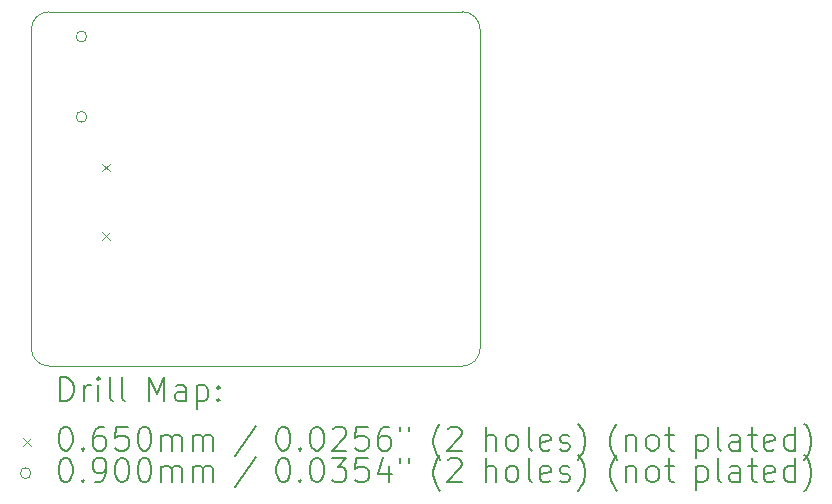
<source format=gbr>
%TF.GenerationSoftware,KiCad,Pcbnew,(7.0.0-0)*%
%TF.CreationDate,2023-03-07T12:57:03-05:00*%
%TF.ProjectId,Spatial Sense Module,53706174-6961-46c2-9053-656e7365204d,rev?*%
%TF.SameCoordinates,Original*%
%TF.FileFunction,Drillmap*%
%TF.FilePolarity,Positive*%
%FSLAX45Y45*%
G04 Gerber Fmt 4.5, Leading zero omitted, Abs format (unit mm)*
G04 Created by KiCad (PCBNEW (7.0.0-0)) date 2023-03-07 12:57:03*
%MOMM*%
%LPD*%
G01*
G04 APERTURE LIST*
%ADD10C,0.050000*%
%ADD11C,0.200000*%
%ADD12C,0.065000*%
%ADD13C,0.090000*%
G04 APERTURE END LIST*
D10*
X17850000Y-12250000D02*
X21350000Y-12250000D01*
X17850000Y-12250000D02*
G75*
G03*
X17700000Y-12400000I0J-150000D01*
G01*
X21350000Y-15250000D02*
X17850000Y-15250000D01*
X21500000Y-12400000D02*
X21500000Y-15100000D01*
X21500000Y-12400000D02*
G75*
G03*
X21350000Y-12250000I-150000J0D01*
G01*
X17700000Y-15100000D02*
X17700000Y-12400000D01*
X17700000Y-15100000D02*
G75*
G03*
X17850000Y-15250000I150000J0D01*
G01*
X21350000Y-15250000D02*
G75*
G03*
X21500000Y-15100000I0J150000D01*
G01*
D11*
D12*
X18298000Y-13537500D02*
X18363000Y-13602500D01*
X18363000Y-13537500D02*
X18298000Y-13602500D01*
X18298000Y-14115500D02*
X18363000Y-14180500D01*
X18363000Y-14115500D02*
X18298000Y-14180500D01*
D13*
X18170000Y-12460000D02*
G75*
G03*
X18170000Y-12460000I-45000J0D01*
G01*
X18170000Y-13140000D02*
G75*
G03*
X18170000Y-13140000I-45000J0D01*
G01*
D11*
X17945119Y-15545976D02*
X17945119Y-15345976D01*
X17945119Y-15345976D02*
X17992738Y-15345976D01*
X17992738Y-15345976D02*
X18021310Y-15355500D01*
X18021310Y-15355500D02*
X18040357Y-15374548D01*
X18040357Y-15374548D02*
X18049881Y-15393595D01*
X18049881Y-15393595D02*
X18059405Y-15431690D01*
X18059405Y-15431690D02*
X18059405Y-15460262D01*
X18059405Y-15460262D02*
X18049881Y-15498357D01*
X18049881Y-15498357D02*
X18040357Y-15517405D01*
X18040357Y-15517405D02*
X18021310Y-15536452D01*
X18021310Y-15536452D02*
X17992738Y-15545976D01*
X17992738Y-15545976D02*
X17945119Y-15545976D01*
X18145119Y-15545976D02*
X18145119Y-15412643D01*
X18145119Y-15450738D02*
X18154643Y-15431690D01*
X18154643Y-15431690D02*
X18164167Y-15422167D01*
X18164167Y-15422167D02*
X18183214Y-15412643D01*
X18183214Y-15412643D02*
X18202262Y-15412643D01*
X18268929Y-15545976D02*
X18268929Y-15412643D01*
X18268929Y-15345976D02*
X18259405Y-15355500D01*
X18259405Y-15355500D02*
X18268929Y-15365024D01*
X18268929Y-15365024D02*
X18278452Y-15355500D01*
X18278452Y-15355500D02*
X18268929Y-15345976D01*
X18268929Y-15345976D02*
X18268929Y-15365024D01*
X18392738Y-15545976D02*
X18373690Y-15536452D01*
X18373690Y-15536452D02*
X18364167Y-15517405D01*
X18364167Y-15517405D02*
X18364167Y-15345976D01*
X18497500Y-15545976D02*
X18478452Y-15536452D01*
X18478452Y-15536452D02*
X18468929Y-15517405D01*
X18468929Y-15517405D02*
X18468929Y-15345976D01*
X18693690Y-15545976D02*
X18693690Y-15345976D01*
X18693690Y-15345976D02*
X18760357Y-15488833D01*
X18760357Y-15488833D02*
X18827024Y-15345976D01*
X18827024Y-15345976D02*
X18827024Y-15545976D01*
X19007976Y-15545976D02*
X19007976Y-15441214D01*
X19007976Y-15441214D02*
X18998452Y-15422167D01*
X18998452Y-15422167D02*
X18979405Y-15412643D01*
X18979405Y-15412643D02*
X18941309Y-15412643D01*
X18941309Y-15412643D02*
X18922262Y-15422167D01*
X19007976Y-15536452D02*
X18988929Y-15545976D01*
X18988929Y-15545976D02*
X18941309Y-15545976D01*
X18941309Y-15545976D02*
X18922262Y-15536452D01*
X18922262Y-15536452D02*
X18912738Y-15517405D01*
X18912738Y-15517405D02*
X18912738Y-15498357D01*
X18912738Y-15498357D02*
X18922262Y-15479309D01*
X18922262Y-15479309D02*
X18941309Y-15469786D01*
X18941309Y-15469786D02*
X18988929Y-15469786D01*
X18988929Y-15469786D02*
X19007976Y-15460262D01*
X19103214Y-15412643D02*
X19103214Y-15612643D01*
X19103214Y-15422167D02*
X19122262Y-15412643D01*
X19122262Y-15412643D02*
X19160357Y-15412643D01*
X19160357Y-15412643D02*
X19179405Y-15422167D01*
X19179405Y-15422167D02*
X19188929Y-15431690D01*
X19188929Y-15431690D02*
X19198452Y-15450738D01*
X19198452Y-15450738D02*
X19198452Y-15507881D01*
X19198452Y-15507881D02*
X19188929Y-15526928D01*
X19188929Y-15526928D02*
X19179405Y-15536452D01*
X19179405Y-15536452D02*
X19160357Y-15545976D01*
X19160357Y-15545976D02*
X19122262Y-15545976D01*
X19122262Y-15545976D02*
X19103214Y-15536452D01*
X19284167Y-15526928D02*
X19293690Y-15536452D01*
X19293690Y-15536452D02*
X19284167Y-15545976D01*
X19284167Y-15545976D02*
X19274643Y-15536452D01*
X19274643Y-15536452D02*
X19284167Y-15526928D01*
X19284167Y-15526928D02*
X19284167Y-15545976D01*
X19284167Y-15422167D02*
X19293690Y-15431690D01*
X19293690Y-15431690D02*
X19284167Y-15441214D01*
X19284167Y-15441214D02*
X19274643Y-15431690D01*
X19274643Y-15431690D02*
X19284167Y-15422167D01*
X19284167Y-15422167D02*
X19284167Y-15441214D01*
D12*
X17632500Y-15860000D02*
X17697500Y-15925000D01*
X17697500Y-15860000D02*
X17632500Y-15925000D01*
D11*
X17983214Y-15765976D02*
X18002262Y-15765976D01*
X18002262Y-15765976D02*
X18021310Y-15775500D01*
X18021310Y-15775500D02*
X18030833Y-15785024D01*
X18030833Y-15785024D02*
X18040357Y-15804071D01*
X18040357Y-15804071D02*
X18049881Y-15842167D01*
X18049881Y-15842167D02*
X18049881Y-15889786D01*
X18049881Y-15889786D02*
X18040357Y-15927881D01*
X18040357Y-15927881D02*
X18030833Y-15946928D01*
X18030833Y-15946928D02*
X18021310Y-15956452D01*
X18021310Y-15956452D02*
X18002262Y-15965976D01*
X18002262Y-15965976D02*
X17983214Y-15965976D01*
X17983214Y-15965976D02*
X17964167Y-15956452D01*
X17964167Y-15956452D02*
X17954643Y-15946928D01*
X17954643Y-15946928D02*
X17945119Y-15927881D01*
X17945119Y-15927881D02*
X17935595Y-15889786D01*
X17935595Y-15889786D02*
X17935595Y-15842167D01*
X17935595Y-15842167D02*
X17945119Y-15804071D01*
X17945119Y-15804071D02*
X17954643Y-15785024D01*
X17954643Y-15785024D02*
X17964167Y-15775500D01*
X17964167Y-15775500D02*
X17983214Y-15765976D01*
X18135595Y-15946928D02*
X18145119Y-15956452D01*
X18145119Y-15956452D02*
X18135595Y-15965976D01*
X18135595Y-15965976D02*
X18126071Y-15956452D01*
X18126071Y-15956452D02*
X18135595Y-15946928D01*
X18135595Y-15946928D02*
X18135595Y-15965976D01*
X18316548Y-15765976D02*
X18278452Y-15765976D01*
X18278452Y-15765976D02*
X18259405Y-15775500D01*
X18259405Y-15775500D02*
X18249881Y-15785024D01*
X18249881Y-15785024D02*
X18230833Y-15813595D01*
X18230833Y-15813595D02*
X18221310Y-15851690D01*
X18221310Y-15851690D02*
X18221310Y-15927881D01*
X18221310Y-15927881D02*
X18230833Y-15946928D01*
X18230833Y-15946928D02*
X18240357Y-15956452D01*
X18240357Y-15956452D02*
X18259405Y-15965976D01*
X18259405Y-15965976D02*
X18297500Y-15965976D01*
X18297500Y-15965976D02*
X18316548Y-15956452D01*
X18316548Y-15956452D02*
X18326071Y-15946928D01*
X18326071Y-15946928D02*
X18335595Y-15927881D01*
X18335595Y-15927881D02*
X18335595Y-15880262D01*
X18335595Y-15880262D02*
X18326071Y-15861214D01*
X18326071Y-15861214D02*
X18316548Y-15851690D01*
X18316548Y-15851690D02*
X18297500Y-15842167D01*
X18297500Y-15842167D02*
X18259405Y-15842167D01*
X18259405Y-15842167D02*
X18240357Y-15851690D01*
X18240357Y-15851690D02*
X18230833Y-15861214D01*
X18230833Y-15861214D02*
X18221310Y-15880262D01*
X18516548Y-15765976D02*
X18421310Y-15765976D01*
X18421310Y-15765976D02*
X18411786Y-15861214D01*
X18411786Y-15861214D02*
X18421310Y-15851690D01*
X18421310Y-15851690D02*
X18440357Y-15842167D01*
X18440357Y-15842167D02*
X18487976Y-15842167D01*
X18487976Y-15842167D02*
X18507024Y-15851690D01*
X18507024Y-15851690D02*
X18516548Y-15861214D01*
X18516548Y-15861214D02*
X18526071Y-15880262D01*
X18526071Y-15880262D02*
X18526071Y-15927881D01*
X18526071Y-15927881D02*
X18516548Y-15946928D01*
X18516548Y-15946928D02*
X18507024Y-15956452D01*
X18507024Y-15956452D02*
X18487976Y-15965976D01*
X18487976Y-15965976D02*
X18440357Y-15965976D01*
X18440357Y-15965976D02*
X18421310Y-15956452D01*
X18421310Y-15956452D02*
X18411786Y-15946928D01*
X18649881Y-15765976D02*
X18668929Y-15765976D01*
X18668929Y-15765976D02*
X18687976Y-15775500D01*
X18687976Y-15775500D02*
X18697500Y-15785024D01*
X18697500Y-15785024D02*
X18707024Y-15804071D01*
X18707024Y-15804071D02*
X18716548Y-15842167D01*
X18716548Y-15842167D02*
X18716548Y-15889786D01*
X18716548Y-15889786D02*
X18707024Y-15927881D01*
X18707024Y-15927881D02*
X18697500Y-15946928D01*
X18697500Y-15946928D02*
X18687976Y-15956452D01*
X18687976Y-15956452D02*
X18668929Y-15965976D01*
X18668929Y-15965976D02*
X18649881Y-15965976D01*
X18649881Y-15965976D02*
X18630833Y-15956452D01*
X18630833Y-15956452D02*
X18621310Y-15946928D01*
X18621310Y-15946928D02*
X18611786Y-15927881D01*
X18611786Y-15927881D02*
X18602262Y-15889786D01*
X18602262Y-15889786D02*
X18602262Y-15842167D01*
X18602262Y-15842167D02*
X18611786Y-15804071D01*
X18611786Y-15804071D02*
X18621310Y-15785024D01*
X18621310Y-15785024D02*
X18630833Y-15775500D01*
X18630833Y-15775500D02*
X18649881Y-15765976D01*
X18802262Y-15965976D02*
X18802262Y-15832643D01*
X18802262Y-15851690D02*
X18811786Y-15842167D01*
X18811786Y-15842167D02*
X18830833Y-15832643D01*
X18830833Y-15832643D02*
X18859405Y-15832643D01*
X18859405Y-15832643D02*
X18878452Y-15842167D01*
X18878452Y-15842167D02*
X18887976Y-15861214D01*
X18887976Y-15861214D02*
X18887976Y-15965976D01*
X18887976Y-15861214D02*
X18897500Y-15842167D01*
X18897500Y-15842167D02*
X18916548Y-15832643D01*
X18916548Y-15832643D02*
X18945119Y-15832643D01*
X18945119Y-15832643D02*
X18964167Y-15842167D01*
X18964167Y-15842167D02*
X18973691Y-15861214D01*
X18973691Y-15861214D02*
X18973691Y-15965976D01*
X19068929Y-15965976D02*
X19068929Y-15832643D01*
X19068929Y-15851690D02*
X19078452Y-15842167D01*
X19078452Y-15842167D02*
X19097500Y-15832643D01*
X19097500Y-15832643D02*
X19126072Y-15832643D01*
X19126072Y-15832643D02*
X19145119Y-15842167D01*
X19145119Y-15842167D02*
X19154643Y-15861214D01*
X19154643Y-15861214D02*
X19154643Y-15965976D01*
X19154643Y-15861214D02*
X19164167Y-15842167D01*
X19164167Y-15842167D02*
X19183214Y-15832643D01*
X19183214Y-15832643D02*
X19211786Y-15832643D01*
X19211786Y-15832643D02*
X19230833Y-15842167D01*
X19230833Y-15842167D02*
X19240357Y-15861214D01*
X19240357Y-15861214D02*
X19240357Y-15965976D01*
X19598452Y-15756452D02*
X19427024Y-16013595D01*
X19823214Y-15765976D02*
X19842262Y-15765976D01*
X19842262Y-15765976D02*
X19861310Y-15775500D01*
X19861310Y-15775500D02*
X19870833Y-15785024D01*
X19870833Y-15785024D02*
X19880357Y-15804071D01*
X19880357Y-15804071D02*
X19889881Y-15842167D01*
X19889881Y-15842167D02*
X19889881Y-15889786D01*
X19889881Y-15889786D02*
X19880357Y-15927881D01*
X19880357Y-15927881D02*
X19870833Y-15946928D01*
X19870833Y-15946928D02*
X19861310Y-15956452D01*
X19861310Y-15956452D02*
X19842262Y-15965976D01*
X19842262Y-15965976D02*
X19823214Y-15965976D01*
X19823214Y-15965976D02*
X19804167Y-15956452D01*
X19804167Y-15956452D02*
X19794643Y-15946928D01*
X19794643Y-15946928D02*
X19785119Y-15927881D01*
X19785119Y-15927881D02*
X19775595Y-15889786D01*
X19775595Y-15889786D02*
X19775595Y-15842167D01*
X19775595Y-15842167D02*
X19785119Y-15804071D01*
X19785119Y-15804071D02*
X19794643Y-15785024D01*
X19794643Y-15785024D02*
X19804167Y-15775500D01*
X19804167Y-15775500D02*
X19823214Y-15765976D01*
X19975595Y-15946928D02*
X19985119Y-15956452D01*
X19985119Y-15956452D02*
X19975595Y-15965976D01*
X19975595Y-15965976D02*
X19966072Y-15956452D01*
X19966072Y-15956452D02*
X19975595Y-15946928D01*
X19975595Y-15946928D02*
X19975595Y-15965976D01*
X20108929Y-15765976D02*
X20127976Y-15765976D01*
X20127976Y-15765976D02*
X20147024Y-15775500D01*
X20147024Y-15775500D02*
X20156548Y-15785024D01*
X20156548Y-15785024D02*
X20166072Y-15804071D01*
X20166072Y-15804071D02*
X20175595Y-15842167D01*
X20175595Y-15842167D02*
X20175595Y-15889786D01*
X20175595Y-15889786D02*
X20166072Y-15927881D01*
X20166072Y-15927881D02*
X20156548Y-15946928D01*
X20156548Y-15946928D02*
X20147024Y-15956452D01*
X20147024Y-15956452D02*
X20127976Y-15965976D01*
X20127976Y-15965976D02*
X20108929Y-15965976D01*
X20108929Y-15965976D02*
X20089881Y-15956452D01*
X20089881Y-15956452D02*
X20080357Y-15946928D01*
X20080357Y-15946928D02*
X20070833Y-15927881D01*
X20070833Y-15927881D02*
X20061310Y-15889786D01*
X20061310Y-15889786D02*
X20061310Y-15842167D01*
X20061310Y-15842167D02*
X20070833Y-15804071D01*
X20070833Y-15804071D02*
X20080357Y-15785024D01*
X20080357Y-15785024D02*
X20089881Y-15775500D01*
X20089881Y-15775500D02*
X20108929Y-15765976D01*
X20251786Y-15785024D02*
X20261310Y-15775500D01*
X20261310Y-15775500D02*
X20280357Y-15765976D01*
X20280357Y-15765976D02*
X20327976Y-15765976D01*
X20327976Y-15765976D02*
X20347024Y-15775500D01*
X20347024Y-15775500D02*
X20356548Y-15785024D01*
X20356548Y-15785024D02*
X20366072Y-15804071D01*
X20366072Y-15804071D02*
X20366072Y-15823119D01*
X20366072Y-15823119D02*
X20356548Y-15851690D01*
X20356548Y-15851690D02*
X20242262Y-15965976D01*
X20242262Y-15965976D02*
X20366072Y-15965976D01*
X20547024Y-15765976D02*
X20451786Y-15765976D01*
X20451786Y-15765976D02*
X20442262Y-15861214D01*
X20442262Y-15861214D02*
X20451786Y-15851690D01*
X20451786Y-15851690D02*
X20470833Y-15842167D01*
X20470833Y-15842167D02*
X20518453Y-15842167D01*
X20518453Y-15842167D02*
X20537500Y-15851690D01*
X20537500Y-15851690D02*
X20547024Y-15861214D01*
X20547024Y-15861214D02*
X20556548Y-15880262D01*
X20556548Y-15880262D02*
X20556548Y-15927881D01*
X20556548Y-15927881D02*
X20547024Y-15946928D01*
X20547024Y-15946928D02*
X20537500Y-15956452D01*
X20537500Y-15956452D02*
X20518453Y-15965976D01*
X20518453Y-15965976D02*
X20470833Y-15965976D01*
X20470833Y-15965976D02*
X20451786Y-15956452D01*
X20451786Y-15956452D02*
X20442262Y-15946928D01*
X20727976Y-15765976D02*
X20689881Y-15765976D01*
X20689881Y-15765976D02*
X20670833Y-15775500D01*
X20670833Y-15775500D02*
X20661310Y-15785024D01*
X20661310Y-15785024D02*
X20642262Y-15813595D01*
X20642262Y-15813595D02*
X20632738Y-15851690D01*
X20632738Y-15851690D02*
X20632738Y-15927881D01*
X20632738Y-15927881D02*
X20642262Y-15946928D01*
X20642262Y-15946928D02*
X20651786Y-15956452D01*
X20651786Y-15956452D02*
X20670833Y-15965976D01*
X20670833Y-15965976D02*
X20708929Y-15965976D01*
X20708929Y-15965976D02*
X20727976Y-15956452D01*
X20727976Y-15956452D02*
X20737500Y-15946928D01*
X20737500Y-15946928D02*
X20747024Y-15927881D01*
X20747024Y-15927881D02*
X20747024Y-15880262D01*
X20747024Y-15880262D02*
X20737500Y-15861214D01*
X20737500Y-15861214D02*
X20727976Y-15851690D01*
X20727976Y-15851690D02*
X20708929Y-15842167D01*
X20708929Y-15842167D02*
X20670833Y-15842167D01*
X20670833Y-15842167D02*
X20651786Y-15851690D01*
X20651786Y-15851690D02*
X20642262Y-15861214D01*
X20642262Y-15861214D02*
X20632738Y-15880262D01*
X20823214Y-15765976D02*
X20823214Y-15804071D01*
X20899405Y-15765976D02*
X20899405Y-15804071D01*
X21162262Y-16042167D02*
X21152738Y-16032643D01*
X21152738Y-16032643D02*
X21133691Y-16004071D01*
X21133691Y-16004071D02*
X21124167Y-15985024D01*
X21124167Y-15985024D02*
X21114643Y-15956452D01*
X21114643Y-15956452D02*
X21105119Y-15908833D01*
X21105119Y-15908833D02*
X21105119Y-15870738D01*
X21105119Y-15870738D02*
X21114643Y-15823119D01*
X21114643Y-15823119D02*
X21124167Y-15794548D01*
X21124167Y-15794548D02*
X21133691Y-15775500D01*
X21133691Y-15775500D02*
X21152738Y-15746928D01*
X21152738Y-15746928D02*
X21162262Y-15737405D01*
X21228929Y-15785024D02*
X21238453Y-15775500D01*
X21238453Y-15775500D02*
X21257500Y-15765976D01*
X21257500Y-15765976D02*
X21305119Y-15765976D01*
X21305119Y-15765976D02*
X21324167Y-15775500D01*
X21324167Y-15775500D02*
X21333691Y-15785024D01*
X21333691Y-15785024D02*
X21343214Y-15804071D01*
X21343214Y-15804071D02*
X21343214Y-15823119D01*
X21343214Y-15823119D02*
X21333691Y-15851690D01*
X21333691Y-15851690D02*
X21219405Y-15965976D01*
X21219405Y-15965976D02*
X21343214Y-15965976D01*
X21548929Y-15965976D02*
X21548929Y-15765976D01*
X21634643Y-15965976D02*
X21634643Y-15861214D01*
X21634643Y-15861214D02*
X21625119Y-15842167D01*
X21625119Y-15842167D02*
X21606072Y-15832643D01*
X21606072Y-15832643D02*
X21577500Y-15832643D01*
X21577500Y-15832643D02*
X21558453Y-15842167D01*
X21558453Y-15842167D02*
X21548929Y-15851690D01*
X21758453Y-15965976D02*
X21739405Y-15956452D01*
X21739405Y-15956452D02*
X21729881Y-15946928D01*
X21729881Y-15946928D02*
X21720357Y-15927881D01*
X21720357Y-15927881D02*
X21720357Y-15870738D01*
X21720357Y-15870738D02*
X21729881Y-15851690D01*
X21729881Y-15851690D02*
X21739405Y-15842167D01*
X21739405Y-15842167D02*
X21758453Y-15832643D01*
X21758453Y-15832643D02*
X21787024Y-15832643D01*
X21787024Y-15832643D02*
X21806072Y-15842167D01*
X21806072Y-15842167D02*
X21815595Y-15851690D01*
X21815595Y-15851690D02*
X21825119Y-15870738D01*
X21825119Y-15870738D02*
X21825119Y-15927881D01*
X21825119Y-15927881D02*
X21815595Y-15946928D01*
X21815595Y-15946928D02*
X21806072Y-15956452D01*
X21806072Y-15956452D02*
X21787024Y-15965976D01*
X21787024Y-15965976D02*
X21758453Y-15965976D01*
X21939405Y-15965976D02*
X21920357Y-15956452D01*
X21920357Y-15956452D02*
X21910834Y-15937405D01*
X21910834Y-15937405D02*
X21910834Y-15765976D01*
X22091786Y-15956452D02*
X22072738Y-15965976D01*
X22072738Y-15965976D02*
X22034643Y-15965976D01*
X22034643Y-15965976D02*
X22015595Y-15956452D01*
X22015595Y-15956452D02*
X22006072Y-15937405D01*
X22006072Y-15937405D02*
X22006072Y-15861214D01*
X22006072Y-15861214D02*
X22015595Y-15842167D01*
X22015595Y-15842167D02*
X22034643Y-15832643D01*
X22034643Y-15832643D02*
X22072738Y-15832643D01*
X22072738Y-15832643D02*
X22091786Y-15842167D01*
X22091786Y-15842167D02*
X22101310Y-15861214D01*
X22101310Y-15861214D02*
X22101310Y-15880262D01*
X22101310Y-15880262D02*
X22006072Y-15899309D01*
X22177500Y-15956452D02*
X22196548Y-15965976D01*
X22196548Y-15965976D02*
X22234643Y-15965976D01*
X22234643Y-15965976D02*
X22253691Y-15956452D01*
X22253691Y-15956452D02*
X22263215Y-15937405D01*
X22263215Y-15937405D02*
X22263215Y-15927881D01*
X22263215Y-15927881D02*
X22253691Y-15908833D01*
X22253691Y-15908833D02*
X22234643Y-15899309D01*
X22234643Y-15899309D02*
X22206072Y-15899309D01*
X22206072Y-15899309D02*
X22187024Y-15889786D01*
X22187024Y-15889786D02*
X22177500Y-15870738D01*
X22177500Y-15870738D02*
X22177500Y-15861214D01*
X22177500Y-15861214D02*
X22187024Y-15842167D01*
X22187024Y-15842167D02*
X22206072Y-15832643D01*
X22206072Y-15832643D02*
X22234643Y-15832643D01*
X22234643Y-15832643D02*
X22253691Y-15842167D01*
X22329881Y-16042167D02*
X22339405Y-16032643D01*
X22339405Y-16032643D02*
X22358453Y-16004071D01*
X22358453Y-16004071D02*
X22367976Y-15985024D01*
X22367976Y-15985024D02*
X22377500Y-15956452D01*
X22377500Y-15956452D02*
X22387024Y-15908833D01*
X22387024Y-15908833D02*
X22387024Y-15870738D01*
X22387024Y-15870738D02*
X22377500Y-15823119D01*
X22377500Y-15823119D02*
X22367976Y-15794548D01*
X22367976Y-15794548D02*
X22358453Y-15775500D01*
X22358453Y-15775500D02*
X22339405Y-15746928D01*
X22339405Y-15746928D02*
X22329881Y-15737405D01*
X22659405Y-16042167D02*
X22649881Y-16032643D01*
X22649881Y-16032643D02*
X22630833Y-16004071D01*
X22630833Y-16004071D02*
X22621310Y-15985024D01*
X22621310Y-15985024D02*
X22611786Y-15956452D01*
X22611786Y-15956452D02*
X22602262Y-15908833D01*
X22602262Y-15908833D02*
X22602262Y-15870738D01*
X22602262Y-15870738D02*
X22611786Y-15823119D01*
X22611786Y-15823119D02*
X22621310Y-15794548D01*
X22621310Y-15794548D02*
X22630833Y-15775500D01*
X22630833Y-15775500D02*
X22649881Y-15746928D01*
X22649881Y-15746928D02*
X22659405Y-15737405D01*
X22735595Y-15832643D02*
X22735595Y-15965976D01*
X22735595Y-15851690D02*
X22745119Y-15842167D01*
X22745119Y-15842167D02*
X22764167Y-15832643D01*
X22764167Y-15832643D02*
X22792738Y-15832643D01*
X22792738Y-15832643D02*
X22811786Y-15842167D01*
X22811786Y-15842167D02*
X22821310Y-15861214D01*
X22821310Y-15861214D02*
X22821310Y-15965976D01*
X22945119Y-15965976D02*
X22926072Y-15956452D01*
X22926072Y-15956452D02*
X22916548Y-15946928D01*
X22916548Y-15946928D02*
X22907024Y-15927881D01*
X22907024Y-15927881D02*
X22907024Y-15870738D01*
X22907024Y-15870738D02*
X22916548Y-15851690D01*
X22916548Y-15851690D02*
X22926072Y-15842167D01*
X22926072Y-15842167D02*
X22945119Y-15832643D01*
X22945119Y-15832643D02*
X22973691Y-15832643D01*
X22973691Y-15832643D02*
X22992738Y-15842167D01*
X22992738Y-15842167D02*
X23002262Y-15851690D01*
X23002262Y-15851690D02*
X23011786Y-15870738D01*
X23011786Y-15870738D02*
X23011786Y-15927881D01*
X23011786Y-15927881D02*
X23002262Y-15946928D01*
X23002262Y-15946928D02*
X22992738Y-15956452D01*
X22992738Y-15956452D02*
X22973691Y-15965976D01*
X22973691Y-15965976D02*
X22945119Y-15965976D01*
X23068929Y-15832643D02*
X23145119Y-15832643D01*
X23097500Y-15765976D02*
X23097500Y-15937405D01*
X23097500Y-15937405D02*
X23107024Y-15956452D01*
X23107024Y-15956452D02*
X23126072Y-15965976D01*
X23126072Y-15965976D02*
X23145119Y-15965976D01*
X23331786Y-15832643D02*
X23331786Y-16032643D01*
X23331786Y-15842167D02*
X23350833Y-15832643D01*
X23350833Y-15832643D02*
X23388929Y-15832643D01*
X23388929Y-15832643D02*
X23407976Y-15842167D01*
X23407976Y-15842167D02*
X23417500Y-15851690D01*
X23417500Y-15851690D02*
X23427024Y-15870738D01*
X23427024Y-15870738D02*
X23427024Y-15927881D01*
X23427024Y-15927881D02*
X23417500Y-15946928D01*
X23417500Y-15946928D02*
X23407976Y-15956452D01*
X23407976Y-15956452D02*
X23388929Y-15965976D01*
X23388929Y-15965976D02*
X23350833Y-15965976D01*
X23350833Y-15965976D02*
X23331786Y-15956452D01*
X23541310Y-15965976D02*
X23522262Y-15956452D01*
X23522262Y-15956452D02*
X23512738Y-15937405D01*
X23512738Y-15937405D02*
X23512738Y-15765976D01*
X23703214Y-15965976D02*
X23703214Y-15861214D01*
X23703214Y-15861214D02*
X23693691Y-15842167D01*
X23693691Y-15842167D02*
X23674643Y-15832643D01*
X23674643Y-15832643D02*
X23636548Y-15832643D01*
X23636548Y-15832643D02*
X23617500Y-15842167D01*
X23703214Y-15956452D02*
X23684167Y-15965976D01*
X23684167Y-15965976D02*
X23636548Y-15965976D01*
X23636548Y-15965976D02*
X23617500Y-15956452D01*
X23617500Y-15956452D02*
X23607976Y-15937405D01*
X23607976Y-15937405D02*
X23607976Y-15918357D01*
X23607976Y-15918357D02*
X23617500Y-15899309D01*
X23617500Y-15899309D02*
X23636548Y-15889786D01*
X23636548Y-15889786D02*
X23684167Y-15889786D01*
X23684167Y-15889786D02*
X23703214Y-15880262D01*
X23769881Y-15832643D02*
X23846072Y-15832643D01*
X23798453Y-15765976D02*
X23798453Y-15937405D01*
X23798453Y-15937405D02*
X23807976Y-15956452D01*
X23807976Y-15956452D02*
X23827024Y-15965976D01*
X23827024Y-15965976D02*
X23846072Y-15965976D01*
X23988929Y-15956452D02*
X23969881Y-15965976D01*
X23969881Y-15965976D02*
X23931786Y-15965976D01*
X23931786Y-15965976D02*
X23912738Y-15956452D01*
X23912738Y-15956452D02*
X23903214Y-15937405D01*
X23903214Y-15937405D02*
X23903214Y-15861214D01*
X23903214Y-15861214D02*
X23912738Y-15842167D01*
X23912738Y-15842167D02*
X23931786Y-15832643D01*
X23931786Y-15832643D02*
X23969881Y-15832643D01*
X23969881Y-15832643D02*
X23988929Y-15842167D01*
X23988929Y-15842167D02*
X23998453Y-15861214D01*
X23998453Y-15861214D02*
X23998453Y-15880262D01*
X23998453Y-15880262D02*
X23903214Y-15899309D01*
X24169881Y-15965976D02*
X24169881Y-15765976D01*
X24169881Y-15956452D02*
X24150834Y-15965976D01*
X24150834Y-15965976D02*
X24112738Y-15965976D01*
X24112738Y-15965976D02*
X24093691Y-15956452D01*
X24093691Y-15956452D02*
X24084167Y-15946928D01*
X24084167Y-15946928D02*
X24074643Y-15927881D01*
X24074643Y-15927881D02*
X24074643Y-15870738D01*
X24074643Y-15870738D02*
X24084167Y-15851690D01*
X24084167Y-15851690D02*
X24093691Y-15842167D01*
X24093691Y-15842167D02*
X24112738Y-15832643D01*
X24112738Y-15832643D02*
X24150834Y-15832643D01*
X24150834Y-15832643D02*
X24169881Y-15842167D01*
X24246072Y-16042167D02*
X24255595Y-16032643D01*
X24255595Y-16032643D02*
X24274643Y-16004071D01*
X24274643Y-16004071D02*
X24284167Y-15985024D01*
X24284167Y-15985024D02*
X24293691Y-15956452D01*
X24293691Y-15956452D02*
X24303214Y-15908833D01*
X24303214Y-15908833D02*
X24303214Y-15870738D01*
X24303214Y-15870738D02*
X24293691Y-15823119D01*
X24293691Y-15823119D02*
X24284167Y-15794548D01*
X24284167Y-15794548D02*
X24274643Y-15775500D01*
X24274643Y-15775500D02*
X24255595Y-15746928D01*
X24255595Y-15746928D02*
X24246072Y-15737405D01*
D13*
X17697500Y-16156500D02*
G75*
G03*
X17697500Y-16156500I-45000J0D01*
G01*
D11*
X17983214Y-16029976D02*
X18002262Y-16029976D01*
X18002262Y-16029976D02*
X18021310Y-16039500D01*
X18021310Y-16039500D02*
X18030833Y-16049024D01*
X18030833Y-16049024D02*
X18040357Y-16068071D01*
X18040357Y-16068071D02*
X18049881Y-16106167D01*
X18049881Y-16106167D02*
X18049881Y-16153786D01*
X18049881Y-16153786D02*
X18040357Y-16191881D01*
X18040357Y-16191881D02*
X18030833Y-16210928D01*
X18030833Y-16210928D02*
X18021310Y-16220452D01*
X18021310Y-16220452D02*
X18002262Y-16229976D01*
X18002262Y-16229976D02*
X17983214Y-16229976D01*
X17983214Y-16229976D02*
X17964167Y-16220452D01*
X17964167Y-16220452D02*
X17954643Y-16210928D01*
X17954643Y-16210928D02*
X17945119Y-16191881D01*
X17945119Y-16191881D02*
X17935595Y-16153786D01*
X17935595Y-16153786D02*
X17935595Y-16106167D01*
X17935595Y-16106167D02*
X17945119Y-16068071D01*
X17945119Y-16068071D02*
X17954643Y-16049024D01*
X17954643Y-16049024D02*
X17964167Y-16039500D01*
X17964167Y-16039500D02*
X17983214Y-16029976D01*
X18135595Y-16210928D02*
X18145119Y-16220452D01*
X18145119Y-16220452D02*
X18135595Y-16229976D01*
X18135595Y-16229976D02*
X18126071Y-16220452D01*
X18126071Y-16220452D02*
X18135595Y-16210928D01*
X18135595Y-16210928D02*
X18135595Y-16229976D01*
X18240357Y-16229976D02*
X18278452Y-16229976D01*
X18278452Y-16229976D02*
X18297500Y-16220452D01*
X18297500Y-16220452D02*
X18307024Y-16210928D01*
X18307024Y-16210928D02*
X18326071Y-16182357D01*
X18326071Y-16182357D02*
X18335595Y-16144262D01*
X18335595Y-16144262D02*
X18335595Y-16068071D01*
X18335595Y-16068071D02*
X18326071Y-16049024D01*
X18326071Y-16049024D02*
X18316548Y-16039500D01*
X18316548Y-16039500D02*
X18297500Y-16029976D01*
X18297500Y-16029976D02*
X18259405Y-16029976D01*
X18259405Y-16029976D02*
X18240357Y-16039500D01*
X18240357Y-16039500D02*
X18230833Y-16049024D01*
X18230833Y-16049024D02*
X18221310Y-16068071D01*
X18221310Y-16068071D02*
X18221310Y-16115690D01*
X18221310Y-16115690D02*
X18230833Y-16134738D01*
X18230833Y-16134738D02*
X18240357Y-16144262D01*
X18240357Y-16144262D02*
X18259405Y-16153786D01*
X18259405Y-16153786D02*
X18297500Y-16153786D01*
X18297500Y-16153786D02*
X18316548Y-16144262D01*
X18316548Y-16144262D02*
X18326071Y-16134738D01*
X18326071Y-16134738D02*
X18335595Y-16115690D01*
X18459405Y-16029976D02*
X18478452Y-16029976D01*
X18478452Y-16029976D02*
X18497500Y-16039500D01*
X18497500Y-16039500D02*
X18507024Y-16049024D01*
X18507024Y-16049024D02*
X18516548Y-16068071D01*
X18516548Y-16068071D02*
X18526071Y-16106167D01*
X18526071Y-16106167D02*
X18526071Y-16153786D01*
X18526071Y-16153786D02*
X18516548Y-16191881D01*
X18516548Y-16191881D02*
X18507024Y-16210928D01*
X18507024Y-16210928D02*
X18497500Y-16220452D01*
X18497500Y-16220452D02*
X18478452Y-16229976D01*
X18478452Y-16229976D02*
X18459405Y-16229976D01*
X18459405Y-16229976D02*
X18440357Y-16220452D01*
X18440357Y-16220452D02*
X18430833Y-16210928D01*
X18430833Y-16210928D02*
X18421310Y-16191881D01*
X18421310Y-16191881D02*
X18411786Y-16153786D01*
X18411786Y-16153786D02*
X18411786Y-16106167D01*
X18411786Y-16106167D02*
X18421310Y-16068071D01*
X18421310Y-16068071D02*
X18430833Y-16049024D01*
X18430833Y-16049024D02*
X18440357Y-16039500D01*
X18440357Y-16039500D02*
X18459405Y-16029976D01*
X18649881Y-16029976D02*
X18668929Y-16029976D01*
X18668929Y-16029976D02*
X18687976Y-16039500D01*
X18687976Y-16039500D02*
X18697500Y-16049024D01*
X18697500Y-16049024D02*
X18707024Y-16068071D01*
X18707024Y-16068071D02*
X18716548Y-16106167D01*
X18716548Y-16106167D02*
X18716548Y-16153786D01*
X18716548Y-16153786D02*
X18707024Y-16191881D01*
X18707024Y-16191881D02*
X18697500Y-16210928D01*
X18697500Y-16210928D02*
X18687976Y-16220452D01*
X18687976Y-16220452D02*
X18668929Y-16229976D01*
X18668929Y-16229976D02*
X18649881Y-16229976D01*
X18649881Y-16229976D02*
X18630833Y-16220452D01*
X18630833Y-16220452D02*
X18621310Y-16210928D01*
X18621310Y-16210928D02*
X18611786Y-16191881D01*
X18611786Y-16191881D02*
X18602262Y-16153786D01*
X18602262Y-16153786D02*
X18602262Y-16106167D01*
X18602262Y-16106167D02*
X18611786Y-16068071D01*
X18611786Y-16068071D02*
X18621310Y-16049024D01*
X18621310Y-16049024D02*
X18630833Y-16039500D01*
X18630833Y-16039500D02*
X18649881Y-16029976D01*
X18802262Y-16229976D02*
X18802262Y-16096643D01*
X18802262Y-16115690D02*
X18811786Y-16106167D01*
X18811786Y-16106167D02*
X18830833Y-16096643D01*
X18830833Y-16096643D02*
X18859405Y-16096643D01*
X18859405Y-16096643D02*
X18878452Y-16106167D01*
X18878452Y-16106167D02*
X18887976Y-16125214D01*
X18887976Y-16125214D02*
X18887976Y-16229976D01*
X18887976Y-16125214D02*
X18897500Y-16106167D01*
X18897500Y-16106167D02*
X18916548Y-16096643D01*
X18916548Y-16096643D02*
X18945119Y-16096643D01*
X18945119Y-16096643D02*
X18964167Y-16106167D01*
X18964167Y-16106167D02*
X18973691Y-16125214D01*
X18973691Y-16125214D02*
X18973691Y-16229976D01*
X19068929Y-16229976D02*
X19068929Y-16096643D01*
X19068929Y-16115690D02*
X19078452Y-16106167D01*
X19078452Y-16106167D02*
X19097500Y-16096643D01*
X19097500Y-16096643D02*
X19126072Y-16096643D01*
X19126072Y-16096643D02*
X19145119Y-16106167D01*
X19145119Y-16106167D02*
X19154643Y-16125214D01*
X19154643Y-16125214D02*
X19154643Y-16229976D01*
X19154643Y-16125214D02*
X19164167Y-16106167D01*
X19164167Y-16106167D02*
X19183214Y-16096643D01*
X19183214Y-16096643D02*
X19211786Y-16096643D01*
X19211786Y-16096643D02*
X19230833Y-16106167D01*
X19230833Y-16106167D02*
X19240357Y-16125214D01*
X19240357Y-16125214D02*
X19240357Y-16229976D01*
X19598452Y-16020452D02*
X19427024Y-16277595D01*
X19823214Y-16029976D02*
X19842262Y-16029976D01*
X19842262Y-16029976D02*
X19861310Y-16039500D01*
X19861310Y-16039500D02*
X19870833Y-16049024D01*
X19870833Y-16049024D02*
X19880357Y-16068071D01*
X19880357Y-16068071D02*
X19889881Y-16106167D01*
X19889881Y-16106167D02*
X19889881Y-16153786D01*
X19889881Y-16153786D02*
X19880357Y-16191881D01*
X19880357Y-16191881D02*
X19870833Y-16210928D01*
X19870833Y-16210928D02*
X19861310Y-16220452D01*
X19861310Y-16220452D02*
X19842262Y-16229976D01*
X19842262Y-16229976D02*
X19823214Y-16229976D01*
X19823214Y-16229976D02*
X19804167Y-16220452D01*
X19804167Y-16220452D02*
X19794643Y-16210928D01*
X19794643Y-16210928D02*
X19785119Y-16191881D01*
X19785119Y-16191881D02*
X19775595Y-16153786D01*
X19775595Y-16153786D02*
X19775595Y-16106167D01*
X19775595Y-16106167D02*
X19785119Y-16068071D01*
X19785119Y-16068071D02*
X19794643Y-16049024D01*
X19794643Y-16049024D02*
X19804167Y-16039500D01*
X19804167Y-16039500D02*
X19823214Y-16029976D01*
X19975595Y-16210928D02*
X19985119Y-16220452D01*
X19985119Y-16220452D02*
X19975595Y-16229976D01*
X19975595Y-16229976D02*
X19966072Y-16220452D01*
X19966072Y-16220452D02*
X19975595Y-16210928D01*
X19975595Y-16210928D02*
X19975595Y-16229976D01*
X20108929Y-16029976D02*
X20127976Y-16029976D01*
X20127976Y-16029976D02*
X20147024Y-16039500D01*
X20147024Y-16039500D02*
X20156548Y-16049024D01*
X20156548Y-16049024D02*
X20166072Y-16068071D01*
X20166072Y-16068071D02*
X20175595Y-16106167D01*
X20175595Y-16106167D02*
X20175595Y-16153786D01*
X20175595Y-16153786D02*
X20166072Y-16191881D01*
X20166072Y-16191881D02*
X20156548Y-16210928D01*
X20156548Y-16210928D02*
X20147024Y-16220452D01*
X20147024Y-16220452D02*
X20127976Y-16229976D01*
X20127976Y-16229976D02*
X20108929Y-16229976D01*
X20108929Y-16229976D02*
X20089881Y-16220452D01*
X20089881Y-16220452D02*
X20080357Y-16210928D01*
X20080357Y-16210928D02*
X20070833Y-16191881D01*
X20070833Y-16191881D02*
X20061310Y-16153786D01*
X20061310Y-16153786D02*
X20061310Y-16106167D01*
X20061310Y-16106167D02*
X20070833Y-16068071D01*
X20070833Y-16068071D02*
X20080357Y-16049024D01*
X20080357Y-16049024D02*
X20089881Y-16039500D01*
X20089881Y-16039500D02*
X20108929Y-16029976D01*
X20242262Y-16029976D02*
X20366072Y-16029976D01*
X20366072Y-16029976D02*
X20299405Y-16106167D01*
X20299405Y-16106167D02*
X20327976Y-16106167D01*
X20327976Y-16106167D02*
X20347024Y-16115690D01*
X20347024Y-16115690D02*
X20356548Y-16125214D01*
X20356548Y-16125214D02*
X20366072Y-16144262D01*
X20366072Y-16144262D02*
X20366072Y-16191881D01*
X20366072Y-16191881D02*
X20356548Y-16210928D01*
X20356548Y-16210928D02*
X20347024Y-16220452D01*
X20347024Y-16220452D02*
X20327976Y-16229976D01*
X20327976Y-16229976D02*
X20270833Y-16229976D01*
X20270833Y-16229976D02*
X20251786Y-16220452D01*
X20251786Y-16220452D02*
X20242262Y-16210928D01*
X20547024Y-16029976D02*
X20451786Y-16029976D01*
X20451786Y-16029976D02*
X20442262Y-16125214D01*
X20442262Y-16125214D02*
X20451786Y-16115690D01*
X20451786Y-16115690D02*
X20470833Y-16106167D01*
X20470833Y-16106167D02*
X20518453Y-16106167D01*
X20518453Y-16106167D02*
X20537500Y-16115690D01*
X20537500Y-16115690D02*
X20547024Y-16125214D01*
X20547024Y-16125214D02*
X20556548Y-16144262D01*
X20556548Y-16144262D02*
X20556548Y-16191881D01*
X20556548Y-16191881D02*
X20547024Y-16210928D01*
X20547024Y-16210928D02*
X20537500Y-16220452D01*
X20537500Y-16220452D02*
X20518453Y-16229976D01*
X20518453Y-16229976D02*
X20470833Y-16229976D01*
X20470833Y-16229976D02*
X20451786Y-16220452D01*
X20451786Y-16220452D02*
X20442262Y-16210928D01*
X20727976Y-16096643D02*
X20727976Y-16229976D01*
X20680357Y-16020452D02*
X20632738Y-16163309D01*
X20632738Y-16163309D02*
X20756548Y-16163309D01*
X20823214Y-16029976D02*
X20823214Y-16068071D01*
X20899405Y-16029976D02*
X20899405Y-16068071D01*
X21162262Y-16306167D02*
X21152738Y-16296643D01*
X21152738Y-16296643D02*
X21133691Y-16268071D01*
X21133691Y-16268071D02*
X21124167Y-16249024D01*
X21124167Y-16249024D02*
X21114643Y-16220452D01*
X21114643Y-16220452D02*
X21105119Y-16172833D01*
X21105119Y-16172833D02*
X21105119Y-16134738D01*
X21105119Y-16134738D02*
X21114643Y-16087119D01*
X21114643Y-16087119D02*
X21124167Y-16058548D01*
X21124167Y-16058548D02*
X21133691Y-16039500D01*
X21133691Y-16039500D02*
X21152738Y-16010928D01*
X21152738Y-16010928D02*
X21162262Y-16001405D01*
X21228929Y-16049024D02*
X21238453Y-16039500D01*
X21238453Y-16039500D02*
X21257500Y-16029976D01*
X21257500Y-16029976D02*
X21305119Y-16029976D01*
X21305119Y-16029976D02*
X21324167Y-16039500D01*
X21324167Y-16039500D02*
X21333691Y-16049024D01*
X21333691Y-16049024D02*
X21343214Y-16068071D01*
X21343214Y-16068071D02*
X21343214Y-16087119D01*
X21343214Y-16087119D02*
X21333691Y-16115690D01*
X21333691Y-16115690D02*
X21219405Y-16229976D01*
X21219405Y-16229976D02*
X21343214Y-16229976D01*
X21548929Y-16229976D02*
X21548929Y-16029976D01*
X21634643Y-16229976D02*
X21634643Y-16125214D01*
X21634643Y-16125214D02*
X21625119Y-16106167D01*
X21625119Y-16106167D02*
X21606072Y-16096643D01*
X21606072Y-16096643D02*
X21577500Y-16096643D01*
X21577500Y-16096643D02*
X21558453Y-16106167D01*
X21558453Y-16106167D02*
X21548929Y-16115690D01*
X21758453Y-16229976D02*
X21739405Y-16220452D01*
X21739405Y-16220452D02*
X21729881Y-16210928D01*
X21729881Y-16210928D02*
X21720357Y-16191881D01*
X21720357Y-16191881D02*
X21720357Y-16134738D01*
X21720357Y-16134738D02*
X21729881Y-16115690D01*
X21729881Y-16115690D02*
X21739405Y-16106167D01*
X21739405Y-16106167D02*
X21758453Y-16096643D01*
X21758453Y-16096643D02*
X21787024Y-16096643D01*
X21787024Y-16096643D02*
X21806072Y-16106167D01*
X21806072Y-16106167D02*
X21815595Y-16115690D01*
X21815595Y-16115690D02*
X21825119Y-16134738D01*
X21825119Y-16134738D02*
X21825119Y-16191881D01*
X21825119Y-16191881D02*
X21815595Y-16210928D01*
X21815595Y-16210928D02*
X21806072Y-16220452D01*
X21806072Y-16220452D02*
X21787024Y-16229976D01*
X21787024Y-16229976D02*
X21758453Y-16229976D01*
X21939405Y-16229976D02*
X21920357Y-16220452D01*
X21920357Y-16220452D02*
X21910834Y-16201405D01*
X21910834Y-16201405D02*
X21910834Y-16029976D01*
X22091786Y-16220452D02*
X22072738Y-16229976D01*
X22072738Y-16229976D02*
X22034643Y-16229976D01*
X22034643Y-16229976D02*
X22015595Y-16220452D01*
X22015595Y-16220452D02*
X22006072Y-16201405D01*
X22006072Y-16201405D02*
X22006072Y-16125214D01*
X22006072Y-16125214D02*
X22015595Y-16106167D01*
X22015595Y-16106167D02*
X22034643Y-16096643D01*
X22034643Y-16096643D02*
X22072738Y-16096643D01*
X22072738Y-16096643D02*
X22091786Y-16106167D01*
X22091786Y-16106167D02*
X22101310Y-16125214D01*
X22101310Y-16125214D02*
X22101310Y-16144262D01*
X22101310Y-16144262D02*
X22006072Y-16163309D01*
X22177500Y-16220452D02*
X22196548Y-16229976D01*
X22196548Y-16229976D02*
X22234643Y-16229976D01*
X22234643Y-16229976D02*
X22253691Y-16220452D01*
X22253691Y-16220452D02*
X22263215Y-16201405D01*
X22263215Y-16201405D02*
X22263215Y-16191881D01*
X22263215Y-16191881D02*
X22253691Y-16172833D01*
X22253691Y-16172833D02*
X22234643Y-16163309D01*
X22234643Y-16163309D02*
X22206072Y-16163309D01*
X22206072Y-16163309D02*
X22187024Y-16153786D01*
X22187024Y-16153786D02*
X22177500Y-16134738D01*
X22177500Y-16134738D02*
X22177500Y-16125214D01*
X22177500Y-16125214D02*
X22187024Y-16106167D01*
X22187024Y-16106167D02*
X22206072Y-16096643D01*
X22206072Y-16096643D02*
X22234643Y-16096643D01*
X22234643Y-16096643D02*
X22253691Y-16106167D01*
X22329881Y-16306167D02*
X22339405Y-16296643D01*
X22339405Y-16296643D02*
X22358453Y-16268071D01*
X22358453Y-16268071D02*
X22367976Y-16249024D01*
X22367976Y-16249024D02*
X22377500Y-16220452D01*
X22377500Y-16220452D02*
X22387024Y-16172833D01*
X22387024Y-16172833D02*
X22387024Y-16134738D01*
X22387024Y-16134738D02*
X22377500Y-16087119D01*
X22377500Y-16087119D02*
X22367976Y-16058548D01*
X22367976Y-16058548D02*
X22358453Y-16039500D01*
X22358453Y-16039500D02*
X22339405Y-16010928D01*
X22339405Y-16010928D02*
X22329881Y-16001405D01*
X22659405Y-16306167D02*
X22649881Y-16296643D01*
X22649881Y-16296643D02*
X22630833Y-16268071D01*
X22630833Y-16268071D02*
X22621310Y-16249024D01*
X22621310Y-16249024D02*
X22611786Y-16220452D01*
X22611786Y-16220452D02*
X22602262Y-16172833D01*
X22602262Y-16172833D02*
X22602262Y-16134738D01*
X22602262Y-16134738D02*
X22611786Y-16087119D01*
X22611786Y-16087119D02*
X22621310Y-16058548D01*
X22621310Y-16058548D02*
X22630833Y-16039500D01*
X22630833Y-16039500D02*
X22649881Y-16010928D01*
X22649881Y-16010928D02*
X22659405Y-16001405D01*
X22735595Y-16096643D02*
X22735595Y-16229976D01*
X22735595Y-16115690D02*
X22745119Y-16106167D01*
X22745119Y-16106167D02*
X22764167Y-16096643D01*
X22764167Y-16096643D02*
X22792738Y-16096643D01*
X22792738Y-16096643D02*
X22811786Y-16106167D01*
X22811786Y-16106167D02*
X22821310Y-16125214D01*
X22821310Y-16125214D02*
X22821310Y-16229976D01*
X22945119Y-16229976D02*
X22926072Y-16220452D01*
X22926072Y-16220452D02*
X22916548Y-16210928D01*
X22916548Y-16210928D02*
X22907024Y-16191881D01*
X22907024Y-16191881D02*
X22907024Y-16134738D01*
X22907024Y-16134738D02*
X22916548Y-16115690D01*
X22916548Y-16115690D02*
X22926072Y-16106167D01*
X22926072Y-16106167D02*
X22945119Y-16096643D01*
X22945119Y-16096643D02*
X22973691Y-16096643D01*
X22973691Y-16096643D02*
X22992738Y-16106167D01*
X22992738Y-16106167D02*
X23002262Y-16115690D01*
X23002262Y-16115690D02*
X23011786Y-16134738D01*
X23011786Y-16134738D02*
X23011786Y-16191881D01*
X23011786Y-16191881D02*
X23002262Y-16210928D01*
X23002262Y-16210928D02*
X22992738Y-16220452D01*
X22992738Y-16220452D02*
X22973691Y-16229976D01*
X22973691Y-16229976D02*
X22945119Y-16229976D01*
X23068929Y-16096643D02*
X23145119Y-16096643D01*
X23097500Y-16029976D02*
X23097500Y-16201405D01*
X23097500Y-16201405D02*
X23107024Y-16220452D01*
X23107024Y-16220452D02*
X23126072Y-16229976D01*
X23126072Y-16229976D02*
X23145119Y-16229976D01*
X23331786Y-16096643D02*
X23331786Y-16296643D01*
X23331786Y-16106167D02*
X23350833Y-16096643D01*
X23350833Y-16096643D02*
X23388929Y-16096643D01*
X23388929Y-16096643D02*
X23407976Y-16106167D01*
X23407976Y-16106167D02*
X23417500Y-16115690D01*
X23417500Y-16115690D02*
X23427024Y-16134738D01*
X23427024Y-16134738D02*
X23427024Y-16191881D01*
X23427024Y-16191881D02*
X23417500Y-16210928D01*
X23417500Y-16210928D02*
X23407976Y-16220452D01*
X23407976Y-16220452D02*
X23388929Y-16229976D01*
X23388929Y-16229976D02*
X23350833Y-16229976D01*
X23350833Y-16229976D02*
X23331786Y-16220452D01*
X23541310Y-16229976D02*
X23522262Y-16220452D01*
X23522262Y-16220452D02*
X23512738Y-16201405D01*
X23512738Y-16201405D02*
X23512738Y-16029976D01*
X23703214Y-16229976D02*
X23703214Y-16125214D01*
X23703214Y-16125214D02*
X23693691Y-16106167D01*
X23693691Y-16106167D02*
X23674643Y-16096643D01*
X23674643Y-16096643D02*
X23636548Y-16096643D01*
X23636548Y-16096643D02*
X23617500Y-16106167D01*
X23703214Y-16220452D02*
X23684167Y-16229976D01*
X23684167Y-16229976D02*
X23636548Y-16229976D01*
X23636548Y-16229976D02*
X23617500Y-16220452D01*
X23617500Y-16220452D02*
X23607976Y-16201405D01*
X23607976Y-16201405D02*
X23607976Y-16182357D01*
X23607976Y-16182357D02*
X23617500Y-16163309D01*
X23617500Y-16163309D02*
X23636548Y-16153786D01*
X23636548Y-16153786D02*
X23684167Y-16153786D01*
X23684167Y-16153786D02*
X23703214Y-16144262D01*
X23769881Y-16096643D02*
X23846072Y-16096643D01*
X23798453Y-16029976D02*
X23798453Y-16201405D01*
X23798453Y-16201405D02*
X23807976Y-16220452D01*
X23807976Y-16220452D02*
X23827024Y-16229976D01*
X23827024Y-16229976D02*
X23846072Y-16229976D01*
X23988929Y-16220452D02*
X23969881Y-16229976D01*
X23969881Y-16229976D02*
X23931786Y-16229976D01*
X23931786Y-16229976D02*
X23912738Y-16220452D01*
X23912738Y-16220452D02*
X23903214Y-16201405D01*
X23903214Y-16201405D02*
X23903214Y-16125214D01*
X23903214Y-16125214D02*
X23912738Y-16106167D01*
X23912738Y-16106167D02*
X23931786Y-16096643D01*
X23931786Y-16096643D02*
X23969881Y-16096643D01*
X23969881Y-16096643D02*
X23988929Y-16106167D01*
X23988929Y-16106167D02*
X23998453Y-16125214D01*
X23998453Y-16125214D02*
X23998453Y-16144262D01*
X23998453Y-16144262D02*
X23903214Y-16163309D01*
X24169881Y-16229976D02*
X24169881Y-16029976D01*
X24169881Y-16220452D02*
X24150834Y-16229976D01*
X24150834Y-16229976D02*
X24112738Y-16229976D01*
X24112738Y-16229976D02*
X24093691Y-16220452D01*
X24093691Y-16220452D02*
X24084167Y-16210928D01*
X24084167Y-16210928D02*
X24074643Y-16191881D01*
X24074643Y-16191881D02*
X24074643Y-16134738D01*
X24074643Y-16134738D02*
X24084167Y-16115690D01*
X24084167Y-16115690D02*
X24093691Y-16106167D01*
X24093691Y-16106167D02*
X24112738Y-16096643D01*
X24112738Y-16096643D02*
X24150834Y-16096643D01*
X24150834Y-16096643D02*
X24169881Y-16106167D01*
X24246072Y-16306167D02*
X24255595Y-16296643D01*
X24255595Y-16296643D02*
X24274643Y-16268071D01*
X24274643Y-16268071D02*
X24284167Y-16249024D01*
X24284167Y-16249024D02*
X24293691Y-16220452D01*
X24293691Y-16220452D02*
X24303214Y-16172833D01*
X24303214Y-16172833D02*
X24303214Y-16134738D01*
X24303214Y-16134738D02*
X24293691Y-16087119D01*
X24293691Y-16087119D02*
X24284167Y-16058548D01*
X24284167Y-16058548D02*
X24274643Y-16039500D01*
X24274643Y-16039500D02*
X24255595Y-16010928D01*
X24255595Y-16010928D02*
X24246072Y-16001405D01*
M02*

</source>
